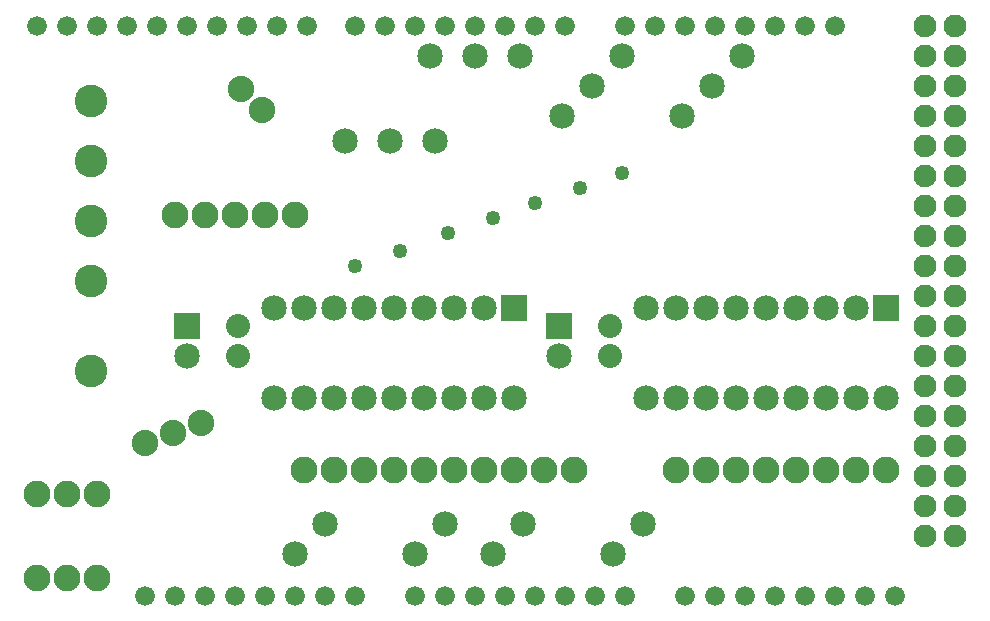
<source format=gts>
G04 MADE WITH FRITZING*
G04 WWW.FRITZING.ORG*
G04 DOUBLE SIDED*
G04 HOLES PLATED*
G04 CONTOUR ON CENTER OF CONTOUR VECTOR*
%ASAXBY*%
%FSLAX23Y23*%
%MOIN*%
%OFA0B0*%
%SFA1.0B1.0*%
%ADD10C,0.085000*%
%ADD11C,0.089370*%
%ADD12C,0.088000*%
%ADD13C,0.080000*%
%ADD14C,0.049370*%
%ADD15C,0.065990*%
%ADD16C,0.075993*%
%ADD17C,0.075965*%
%ADD18C,0.109055*%
%ADD19R,0.085000X0.085000*%
%ADD20R,0.010198X0.010198*%
%LNMASK1*%
G90*
G70*
G54D10*
X2910Y1055D03*
X2910Y755D03*
X2810Y1055D03*
X2810Y755D03*
X2710Y1055D03*
X2710Y755D03*
X2610Y1055D03*
X2610Y755D03*
X2510Y1055D03*
X2510Y755D03*
X2410Y1055D03*
X2410Y755D03*
X2310Y1055D03*
X2310Y755D03*
X2210Y1055D03*
X2210Y755D03*
X2110Y1055D03*
X2110Y755D03*
X1670Y1055D03*
X1670Y755D03*
X1570Y1055D03*
X1570Y755D03*
X1470Y1055D03*
X1470Y755D03*
X1370Y1055D03*
X1370Y755D03*
X1270Y1055D03*
X1270Y755D03*
X1170Y1055D03*
X1170Y755D03*
X1070Y1055D03*
X1070Y755D03*
X970Y1055D03*
X970Y755D03*
X870Y1055D03*
X870Y755D03*
G54D11*
X280Y155D03*
X180Y155D03*
X80Y155D03*
X80Y435D03*
X180Y435D03*
X280Y435D03*
X2910Y515D03*
X2810Y515D03*
X2710Y515D03*
X2610Y515D03*
X2510Y515D03*
X2410Y515D03*
X2310Y515D03*
X2210Y515D03*
X970Y515D03*
X1070Y515D03*
X1170Y515D03*
X1270Y515D03*
X1370Y515D03*
X1470Y515D03*
X1570Y515D03*
X1670Y515D03*
X1770Y515D03*
X1870Y515D03*
X540Y1365D03*
X640Y1365D03*
X740Y1365D03*
X840Y1365D03*
X940Y1365D03*
G54D12*
X440Y605D03*
X534Y640D03*
X628Y674D03*
X760Y1785D03*
X831Y1715D03*
G54D13*
X750Y995D03*
X750Y895D03*
X1990Y995D03*
X1990Y895D03*
G54D10*
X580Y995D03*
X580Y895D03*
X1820Y995D03*
X1820Y895D03*
G54D14*
X1890Y1455D03*
X1740Y1405D03*
X1600Y1355D03*
X1450Y1305D03*
X1290Y1245D03*
X2030Y1505D03*
X1140Y1195D03*
G54D15*
X2340Y95D03*
X740Y95D03*
X2440Y95D03*
X2540Y95D03*
X2640Y95D03*
X2740Y95D03*
G54D16*
X3040Y1495D03*
G54D15*
X2840Y95D03*
X2940Y95D03*
X780Y1995D03*
X1340Y95D03*
X1440Y95D03*
X1540Y95D03*
X1640Y95D03*
G54D16*
X3040Y695D03*
G54D15*
X1740Y95D03*
X1840Y95D03*
X1940Y95D03*
X2040Y95D03*
X1540Y1995D03*
G54D16*
X3040Y1895D03*
X3040Y1095D03*
X3040Y295D03*
G54D15*
X380Y1995D03*
X1140Y95D03*
X1140Y1995D03*
G54D16*
X3040Y1695D03*
X3040Y1295D03*
G54D17*
X3040Y895D03*
G54D15*
X2740Y1995D03*
G54D16*
X3040Y495D03*
G54D15*
X2640Y1995D03*
X2540Y1995D03*
X2440Y1995D03*
X2340Y1995D03*
X2240Y1995D03*
X2140Y1995D03*
X2040Y1995D03*
X180Y1995D03*
X580Y1995D03*
X980Y1995D03*
X540Y95D03*
X940Y95D03*
X1740Y1995D03*
X1340Y1995D03*
G54D16*
X3040Y1995D03*
X3040Y1795D03*
X3040Y1595D03*
X3040Y1395D03*
X3040Y1195D03*
X3040Y995D03*
X3040Y795D03*
X3040Y595D03*
G54D17*
X3040Y395D03*
G54D15*
X80Y1995D03*
X280Y1995D03*
X480Y1995D03*
X680Y1995D03*
X880Y1995D03*
X440Y95D03*
X640Y95D03*
X840Y95D03*
X1040Y95D03*
X1840Y1995D03*
X1640Y1995D03*
X1440Y1995D03*
X1240Y1995D03*
G54D16*
X3140Y1995D03*
X3140Y1895D03*
X3140Y1795D03*
X3140Y1695D03*
X3140Y1595D03*
X3140Y1495D03*
X3140Y1395D03*
X3140Y1295D03*
X3140Y1195D03*
X3140Y1095D03*
X3140Y995D03*
G54D17*
X3140Y895D03*
G54D16*
X3140Y795D03*
X3140Y695D03*
X3140Y595D03*
X3140Y495D03*
G54D17*
X3140Y395D03*
G54D16*
X3140Y295D03*
G54D15*
X2240Y95D03*
G54D18*
X260Y1745D03*
X260Y1545D03*
X260Y1345D03*
X260Y1145D03*
X260Y845D03*
G54D10*
X2230Y1695D03*
X1830Y1695D03*
X2330Y1795D03*
X1930Y1795D03*
X2430Y1895D03*
X2030Y1895D03*
X1690Y1895D03*
X1407Y1613D03*
X1540Y1895D03*
X1257Y1613D03*
X2000Y235D03*
X1600Y235D03*
X2100Y335D03*
X1700Y335D03*
X1340Y235D03*
X940Y235D03*
X1440Y335D03*
X1040Y335D03*
X1390Y1895D03*
X1107Y1613D03*
G54D19*
X2910Y1055D03*
X1670Y1055D03*
X580Y995D03*
X1820Y995D03*
G54D20*
X262Y1696D03*
G04 End of Mask1*
M02*
</source>
